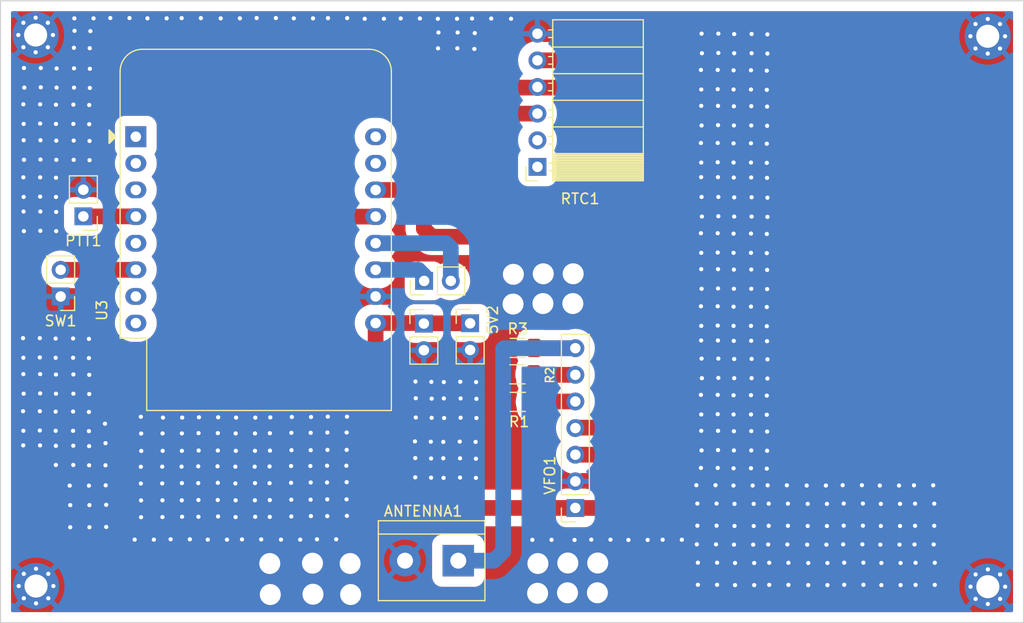
<source format=kicad_pcb>
(kicad_pcb (version 20211014) (generator pcbnew)
  (layers (0 "F.Cu" signal) (31 "B.Cu" signal) (34 "B.Paste" user) (35 "F.Paste" user) (36 "B.SilkS" user "B.Silkscreen") (37 "F.SilkS" user "F.Silkscreen") (38 "B.Mask" user) (39 "F.Mask" user) (44 "Edge.Cuts" user))
  (net 0 "")
  (net 3 "Net-(ANTENNA1-Pad1)")
  (net 4 "GND")
  (net 5 "Net-(SW1-Pad2)")
  (net 9 "PTT")
  (net 12 "Net-(HEADER1-Pad1)")
  (net 13 "Net-(HEADER1-Pad2)")
  (net 16 "Net-(R1-Pad2)")
  (net 17 "Net-(R2-Pad2)")
  (net 18 "+3.3V")
  (net 19 "Net-(RTC1-Pad3)")
  (net 20 "Net-(RTC1-Pad4)")
  (net 21 "+5V")
  (footprint "Connector_PinSocket_2.54mm:PinSocket_1x07_P2.54mm_Vertical" (layer "F.Cu") (at 82.8 62.16 180)
    (fp_text reference "VFO1")
    (fp_text value "SI5351-Module-VFO" hide)
  )
  (footprint "Module:WEMOS_D1_mini_light" (layer "F.Cu") (at 40.90086 26.742101)
    (fp_text reference "U3")
    (fp_text value "WeMos_D1_mini")
  )
  (footprint "Connector_PinHeader_2.54mm:PinHeader_1x02_P2.54mm_Vertical" (layer "F.Cu") (at 72.77 44.545)
    (fp_text reference "5V2")
    (fp_text value "5V" hide)
  )
  (footprint "Connector_PinSocket_2.54mm:PinSocket_1x06_P2.54mm_Horizontal" (layer "F.Cu") (at 79.186 29.618019 180)
    (fp_text reference "RTC1")
    (fp_text value "RTC_DS3231_Inverted" hide)
  )
  (footprint "Connector_PinHeader_2.54mm:PinHeader_1x02_P2.54mm_Vertical" (layer "F.Cu") (at 33.734 41.984981 180)
    (fp_text reference "SW1")
    (fp_text value "SW_SPST" hide)
  )
  (footprint "Connector_PinHeader_2.54mm:PinHeader_1x02_P2.54mm_Vertical" (layer "F.Cu") (at 68.358 44.567901)
    (fp_text reference "5V1" hide)
    (fp_text value "5V" hide)
  )
  (footprint "TerminalBlock:TerminalBlock_bornier-2_P5.08mm" (layer "F.Cu") (at 71.64 67.19 180)
    (fp_text reference "ANTENNA1")
    (fp_text value "ANTENNA" hide)
  )
  (footprint "MountingHole:MountingHole_2.2mm_M2_Pad_Via" (layer "F.Cu") (at 122.11 17.16)
    (fp_text reference "H2" hide)
    (fp_text value "MountingHole" hide)
  )
  (footprint "MountingHole:MountingHole_2.2mm_M2_Pad_Via" (layer "F.Cu") (at 31.39 69.61)
    (fp_text reference "H3" hide)
    (fp_text value "MountingHole" hide)
  )
  (footprint "Resistor_SMD:R_1206_3216Metric_Pad1.30x1.75mm_HandSolder" (layer "F.Cu") (at 77.28 49.41)
    (fp_text reference "R2")
    (fp_text value "2.2k" hide)
  )
  (footprint "Resistor_SMD:R_1206_3216Metric_Pad1.30x1.75mm_HandSolder" (layer "F.Cu") (at 77.32 52.04)
    (fp_text reference "R1")
    (fp_text value "2.2k" hide)
  )
  (footprint "Connector_PinHeader_2.54mm:PinHeader_1x02_P2.54mm_Vertical" (layer "F.Cu") (at 35.9 34.345 180)
    (fp_text reference "PTT1")
    (fp_text value "PTT" hide)
  )
  (footprint "Resistor_SMD:R_1206_3216Metric_Pad1.30x1.75mm_HandSolder" (layer "F.Cu") (at 77.31 46.89)
    (fp_text reference "R3")
    (fp_text value "2.2k" hide)
  )
  (footprint "Connector_PinHeader_2.54mm:PinHeader_1x02_P2.54mm_Vertical" (layer "F.Cu") (at 68.385 40.5 90)
    (fp_text reference "HEADER1" hide)
    (fp_text value "HEADER" hide)
  )
  (footprint "MountingHole:MountingHole_2.2mm_M2_Pad_Via" (layer "F.Cu") (at 31.35 17.04)
    (fp_text reference "H1" hide)
    (fp_text value "MountingHole" hide)
  )
  (footprint "MountingHole:MountingHole_2.2mm_M2_Pad_Via" (layer "F.Cu") (at 122.12 69.67)
    (fp_text reference "H4" hide)
    (fp_text value "MountingHole" hide)
  )
  (gr_rect (start 28.004 13.774981) (end 125.524 73.094981) (layer "Edge.Cuts") (width 0.1) (fill none))
  (segment (start 82.8 46.92) (end 78.89 46.92) (width 1.5) (layer "F.Cu") (net 3))
  (segment (start 78.89 46.92) (end 78.86 46.89) (width 1.5) (layer "F.Cu") (net 3))
  (segment (start 75.03 67.19) (end 75.92 66.3) (width 1.5) (layer "B.Cu") (net 3))
  (segment (start 82.8 46.92) (end 76 46.92) (width 1.5) (layer "B.Cu") (net 3))
  (segment (start 75.92 47) (end 75.92 66.3) (width 1.5) (layer "B.Cu") (net 3))
  (segment (start 76 46.92) (end 75.92 47) (width 1.5) (layer "B.Cu") (net 3))
  (segment (start 71.64 67.19) (end 75.03 67.19) (width 1.5) (layer "B.Cu") (net 3))
  (segment (start 72.77 47.085) (end 68.380901 47.085) (width 1.5) (layer "F.Cu") (net 4))
  (via (at 96.37 44.76) (size 0.8) (drill 0.4) (layers "F.Cu" "B.Cu") (net 4))
  (via (at 73.29 55.86) (size 0.8) (drill 0.4) (layers "F.Cu" "B.Cu") (net 4))
  (via (at 46.85 58.19) (size 0.8) (drill 0.4) (layers "F.Cu" "B.Cu") (net 4))
  (via (at 50.46 53.54) (size 0.8) (drill 0.4) (layers "F.Cu" "B.Cu") (net 4))
  (via (at 35 18.26) (size 0.8) (drill 0.4) (layers "F.Cu" "B.Cu") (net 4))
  (via (at 31.77 56.19) (size 0.8) (drill 0.4) (layers "F.Cu" "B.Cu") (net 4))
  (via (at 97.88 29.21) (size 0.8) (drill 0.4) (layers "F.Cu" "B.Cu") (net 4))
  (via (at 45.28 61.43) (size 0.8) (drill 0.4) (layers "F.Cu" "B.Cu") (net 4))
  (via (at 55.73 54.99) (size 0.8) (drill 0.4) (layers "F.Cu" "B.Cu") (net 4))
  (via (at 99.54 35.98) (size 0.8) (drill 0.4) (layers "F.Cu" "B.Cu") (net 4))
  (via (at 101.11 32.56) (size 0.8) (drill 0.4) (layers "F.Cu" "B.Cu") (net 4))
  (via (at 101.07 46.25) (size 0.8) (drill 0.4) (layers "F.Cu" "B.Cu") (net 4))
  (via (at 94.8 23.8) (size 0.8) (drill 0.4) (layers "F.Cu" "B.Cu") (net 4))
  (via (at 43.42 58.22) (size 0.8) (drill 0.4) (layers "F.Cu" "B.Cu") (net 4))
  (via (at 30.18 23.65) (size 0.8) (drill 0.4) (layers "F.Cu" "B.Cu") (net 4))
  (via (at 99.57 56.67) (size 0.8) (drill 0.4) (layers "F.Cu" "B.Cu") (net 4))
  (via (at 111.87 65.66) (size 0.8) (drill 0.4) (layers "F.Cu" "B.Cu") (net 4))
  (via (at 31.81 28.92) (size 0.8) (drill 0.4) (layers "F.Cu" "B.Cu") (net 4))
  (via (at 94.8 22.24) (size 0.8) (drill 0.4) (layers "F.Cu" "B.Cu") (net 4))
  (via (at 30.17 56.19) (size 0.8) (drill 0.4) (layers "F.Cu" "B.Cu") (net 4))
  (via (at 59.22 15.43) (size 0.8) (drill 0.4) (layers "F.Cu" "B.Cu") (net 4))
  (via (at 97.9 30.64) (size 0.8) (drill 0.4) (layers "F.Cu" "B.Cu") (net 4))
  (via (at 64.55 15.49) (size 0.8) (drill 0.4) (layers "F.Cu" "B.Cu") (net 4))
  (via (at 96.4 23.8) (size 0.8) (drill 0.4) (layers "F.Cu" "B.Cu") (net 4))
  (via (at 34.98 27.11) (size 0.8) (drill 0.4) (layers "F.Cu" "B.Cu") (net 4))
  (via (at 30.21 25.52) (size 0.8) (drill 0.4) (layers "F.Cu" "B.Cu") (net 4))
  (via (at 36.43 60.03) (size 0.8) (drill 0.4) (layers "F.Cu" "B.Cu") (net 4))
  (via (at 113.8 69.52) (size 0.8) (drill 0.4) (layers "F.Cu" "B.Cu") (net 4))
  (via (at 69.69 15.49) (size 0.8) (drill 0.4) (layers "F.Cu" "B.Cu") (net 4))
  (via (at 97.88 42.96) (size 0.8) (drill 0.4) (layers "F.Cu" "B.Cu") (net 4))
  (via (at 36.45 56.26) (size 0.8) (drill 0.4) (layers "F.Cu" "B.Cu") (net 4))
  (via (at 67.59 51.69) (size 0.8) (drill 0.4) (layers "F.Cu" "B.Cu") (net 4))
  (via (at 36.57 16.67) (size 0.8) (drill 0.4) (layers "F.Cu" "B.Cu") (net 4))
  (via (at 76.67 15.49) (size 0.8) (drill 0.4) (layers "F.Cu" "B.Cu") (net 4))
  (via (at 99.85 69.52) (size 0.8) (drill 0.4) (layers "F.Cu" "B.Cu") (net 4))
  (via (at 96.39 30.6) (size 0.8) (drill 0.4) (layers "F.Cu" "B.Cu") (net 4))
  (via (at 108.38 61.74) (size 0.8) (drill 0.4) (layers "F.Cu" "B.Cu") (net 4))
  (via (at 101.05 29.24) (size 0.8) (drill 0.4) (layers "F.Cu" "B.Cu") (net 4))
  (via (at 101.08 23.87) (size 0.8) (drill 0.4) (layers "F.Cu" "B.Cu") (net 4))
  (via (at 99.54 37.82) (size 0.8) (drill 0.4) (layers "F.Cu" "B.Cu") (net 4))
  (via (at 34.92 54.8) (size 0.8) (drill 0.4) (layers "F.Cu" "B.Cu") (net 4))
  (via (at 48.72 55.02) (size 0.8) (drill 0.4) (layers "F.Cu" "B.Cu") (net 4))
  (via (at 105 69.52) (size 0.8) (drill 0.4) (layers "F.Cu" "B.Cu") (net 4))
  (via (at 71.86 53.55) (size 0.8) (drill 0.4) (layers "F.Cu" "B.Cu") (net 4))
  (via (at 101.11 18.81) (size 0.8) (drill 0.4) (layers "F.Cu" "B.Cu") (net 4))
  (via (at 57.6 53.48) (size 0.8) (drill 0.4) (layers "F.Cu" "B.Cu") (net 4))
  (via (at 97.91 23.84) (size 0.8) (drill 0.4) (layers "F.Cu" "B.Cu") (net 4))
  (via (at 30.18 54.8) (size 0.8) (drill 0.4) (layers "F.Cu" "B.Cu") (net 4))
  (via (at 57.57 54.99) (size 0.8) (drill 0.4) (layers "F.Cu" "B.Cu") (net 4))
  (via (at 30.15 45.96) (size 0.8) (drill 0.4) (layers "F.Cu" "B.Cu") (net 4))
  (via (at 94.77 20.37) (size 0.8) (drill 0.4) (layers "F.Cu" "B.Cu") (net 4))
  (via (at 99.6 34.36) (size 0.8) (drill 0.4) (layers "F.Cu" "B.Cu") (net 4))
  (via (at 60.99 61.34) (size 0.8) (drill 0.4) (layers "F.Cu" "B.Cu") (net 4))
  (via (at 97.88 27.38) (size 0.8) (drill 0.4) (layers "F.Cu" "B.Cu") (net 4))
  (via (at 96.4 41.22) (size 0.8) (drill 0.4) (layers "F.Cu" "B.Cu") (net 4))
  (via (at 62.72 15.49) (size 0.8) (drill 0.4) (layers "F.Cu" "B.Cu") (net 4))
  (via (at 97.94 49.78) (size 0.8) (drill 0.4) (layers "F.Cu" "B.Cu") (net 4))
  (via (at 43.44 61.43) (size 0.8) (drill 0.4) (layers "F.Cu" "B.Cu") (net 4))
  (via (at 103.01 65.64) (size 0.8) (drill 0.4) (layers "F.Cu" "B.Cu") (net 4))
  (via (at 52.23 58.22) (size 0.8) (drill 0.4) (layers "F.Cu" "B.Cu") (net 4))
  (via (at 69.07 50.13) (size 0.8) (drill 0.4) (layers "F.Cu" "B.Cu") (net 4))
  (via (at 50.39 58.22) (size 0.8) (drill 0.4) (layers "F.Cu" "B.Cu") (net 4))
  (via (at 49.59 65.18) (size 0.8) (drill 0.4) (layers "F.Cu" "B.Cu") (net 4))
  (via (at 96.37 29.18) (size 0.8) (drill 0.4) (layers "F.Cu" "B.Cu") (net 4))
  (via (at 38.08 61.86) (size 0.8) (drill 0.4) (layers "F.Cu" "B.Cu") (net 4))
  (via (at 108.28 59.99) (size 0.8) (drill 0.4) (layers "F.Cu" "B.Cu") (net 4))
  (via (at 94.8 39.38) (size 0.8) (drill 0.4) (layers "F.Cu" "B.Cu") (net 4))
  (via (at 97.88 58.38) (size 0.8) (drill 0.4) (layers "F.Cu" "B.Cu") (net 4))
  (via (at 59.2 53.45) (size 0.8) (drill 0.4) (layers "F.Cu" "B.Cu") (net 4))
  (via (at 96.31 69.49) (size 0.8) (drill 0.4) (layers "F.Cu" "B.Cu") (net 4))
  (via (at 96.16 59.99) (size 0.8) (drill 0.4) (layers "F.Cu" "B.Cu") (net 4))
  (via (at 46.89 56.68) (size 0.8) (drill 0.4) (layers "F.Cu" "B.Cu") (net 4))
  (via (at 94.48 69.49) (size 0.8) (drill 0.4) (layers "F.Cu" "B.Cu") (net 4))
  (via (at 53.67 61.41) (size 0.8) (drill 0.4) (layers "F.Cu" "B.Cu") (net 4))
  (via (at 101.08 56.7) (size 0.8) (drill 0.4) (layers "F.Cu" "B.Cu") (net 4))
  (via (at 111.82 60.02) (size 0.8) (drill 0.4) (layers "F.Cu" "B.Cu") (net 4))
  (via (at 55.96 15.45) (size 0.8) (drill 0.4) (layers "F.Cu" "B.Cu") (net 4))
  (via (at 101.05 53.27) (size 0.8) (drill 0.4) (layers "F.Cu" "B.Cu") (net 4))
  (via (at 101.05 37.85) (size 0.8) (drill 0.4) (layers "F.Cu" "B.Cu") (net 4))
  (via (at 33.29 25.52) (size 0.8) (drill 0.4) (layers "F.Cu" "B.Cu") (net 4))
  (via (at 40.3 15.42) (size 0.8) (drill 0.4) (layers "F.Cu" "B.Cu") (net 4))
  (via (at 99.56 30.63) (size 0.8) (drill 0.4) (layers "F.Cu" "B.Cu") (net 4))
  (via (at 98.02 67.41) (size 0.8) (drill 0.4) (layers "F.Cu" "B.Cu") (net 4))
  (via (at 98.02 69.52) (size 0.8) (drill 0.4) (layers "F.Cu" "B.Cu") (net 4))
  (via (at 42.62 65.18) (size 0.8) (drill 0.4) (layers "F.Cu" "B.Cu") (net 4))
  (via (at 79.2 70.3) (size 2.2) (drill 2) (layers "F.Cu" "B.Cu") (net 4))
  (via (at 31.78 30.62) (size 0.8) (drill 0.4) (layers "F.Cu" "B.Cu") (net 4))
  (via (at 45.29 55.05) (size 0.8) (drill 0.4) (layers "F.Cu" "B.Cu") (net 4))
  (via (at 52.26 55.05) (size 0.8) (drill 0.4) (layers "F.Cu" "B.Cu") (net 4))
  (via (at 61 56.62) (size 0.8) (drill 0.4) (layers "F.Cu" "B.Cu") (net 4))
  (via (at 96.37 42.92) (size 0.8) (drill 0.4) (layers "F.Cu" "B.Cu") (net 4))
  (via (at 117.06 67.39) (size 0.8) (drill 0.4) (layers "F.Cu" "B.Cu") (net 4))
  (via (at 57.57 59.73) (size 0.8) (drill 0.4) (layers "F.Cu" "B.Cu") (net 4))
  (via (at 31.81 27.08) (size 0.8) (drill 0.4) (layers "F.Cu" "B.Cu") (net 4))
  (via (at 34.95 23.68) (size 0.8) (drill 0.4) (layers "F.Cu" "B.Cu") (net 4))
  (via (at 52.26 56.71) (size 0.8) (drill 0.4) (layers "F.Cu" "B.Cu") (net 4))
  (via (at 59.16 54.96) (size 0.8) (drill 0.4) (layers "F.Cu" "B.Cu") (net 4))
  (via (at 96.37 20.37) (size 0.8) (drill 0.4) (layers "F.Cu" "B.Cu") (net 4))
  (via (at 33.35 22.06) (size 0.8) (drill 0.4) (layers "F.Cu" "B.Cu") (net 4))
  (via (at 66.15 15.46) (size 0.8) (drill 0.4) (layers "F.Cu" "B.Cu") (net 4))
  (via (at 115.18 61.75) (size 0.8) (drill 0.4) (layers "F.Cu" "B.Cu") (net 4))
  (via (at 48.72 59.76) (size 0.8) (drill 0.4) (layers "F.Cu" "B.Cu") (net 4))
  (via (at 30.15 52.93) (size 0.8) (drill 0.4) (layers "F.Cu" "B.Cu") (net 4))
  (via (at 97.91 25.67) (size 0.8) (drill 0.4) (layers "F.Cu" "B.Cu") (net 4))
  (via (at 111.97 69.52) (size 0.8) (drill 0.4) (layers "F.Cu" "B.Cu") (net 4))
  (via (at 99.6 18.78) (size 0.8) (drill 0.4) (layers "F.Cu" "B.Cu") (net 4))
  (via (at 36.51 18.3) (size 0.8) (drill 0.4) (layers "F.Cu" "B.Cu") (net 4))
  (via (at 73.37 53.58) (size 0.8) (drill 0.4) (layers "F.Cu" "B.Cu") (net 4))
  (via (at 99.54 51.4) (size 0.8) (drill 0.4) (layers "F.Cu" "B.Cu") (net 4))
  (via (at 96.37 27.34) (size 0.8) (drill 0.4) (layers "F.Cu" "B.Cu") (net 4))
  (via (at 67.56 50.1) (size 0.8) (drill 0.4) (layers "F.Cu" "B.Cu") (net 4))
  (via (at 36.46 49.46) (size 0.8) (drill 0.4) (layers "F.Cu" "B.Cu") (net 4))
  (via (at 30.2 33.88) (size 0.8) (drill 0.4) (layers "F.Cu" "B.Cu") (net 4))
  (via (at 37.96 54.12) (size 0.8) (drill 0.4) (layers "F.Cu" "B.Cu") (net 4))
  (via (at 101.05 36.02) (size 0.8) (drill 0.4) (layers "F.Cu" "B.Cu") (net 4))
  (via (at 82.59 39.82) (size 2.2) (drill 2) (layers "F.Cu" "B.Cu") (net 4))
  (via (at 69.05 59.27) (size 0.8) (drill 0.4) (layers "F.Cu" "B.Cu") (net 4))
  (via (at 101.05 27.41) (size 0.8) (drill 0.4) (layers "F.Cu" "B.Cu") (net 4))
  (via (at 96.37 58.34) (size 0.8) (drill 0.4) (layers "F.Cu" "B.Cu") (net 4))
  (via (at 76.86 42.71) (size 2.2) (drill 2) (layers "F.Cu" "B.Cu") (net 4))
  (via (at 45.32 53.54) (size 0.8) (drill 0.4) (layers "F.Cu" "B.Cu") (net 4))
  (via (at 74.78 15.47) (size 0.8) (drill 0.4) (layers "F.Cu" "B.Cu") (net 4))
  (via (at 54.74 65.18) (size 0.8) (drill 0.4) (layers "F.Cu" "B.Cu") (net 4))
  (via (at 57.79 15.45) (size 0.8) (drill 0.4) (layers "F.Cu" "B.Cu") (net 4))
  (via (at 96.43 47.91) (size 0.8) (drill 0.4) (layers "F.Cu" "B.Cu") (net 4))
  (via (at 69.75 16.8) (size 0.8) (drill 0.4) (layers "F.Cu" "B.Cu") (net 4))
  (via (at 55.7 58.16) (size 0.8) (drill 0.4) (layers "F.Cu" "B.Cu") (net 4))
  (via (at 94.77 35.95) (size 0.8) (drill 0.4) (layers "F.Cu" "B.Cu") (net 4))
  (via (at 55.77 53.48) (size 0.8) (drill 0.4) (layers "F.Cu" "B.Cu") (net 4))
  (via (at 99.54 27.37) (size 0.8) (drill 0.4) (layers "F.Cu" "B.Cu") (net 4))
  (via (at 116.91 60) (size 0.8) (drill 0.4) (layers "F.Cu" "B.Cu") (net 4))
  (via (at 101.28 67.39) (size 0.8) (drill 0.4) (layers "F.Cu" "B.Cu") (net 4))
  (via (at 33.26 54.8) (size 0.8) (drill 0.4) (layers "F.Cu" "B.Cu") (net 4))
  (via (at 59.17 56.62) (size 0.8) (drill 0.4) (layers "F.Cu" "B.Cu") (net 4))
  (via (at 99.54 22.24) (size 0.8) (drill 0.4) (layers "F.Cu" "B.Cu") (net 4))
  (via (at 101.08 54.87) (size 0.8) (drill 0.4) (layers "F.Cu" "B.Cu") (net 4))
  (via (at 106.73 65.66) (size 0.8) (drill 0.4) (layers "F.Cu" "B.Cu") (net 4))
  (via (at 43.44 63.03) (size 0.8) (drill 0.4) (layers "F.Cu" "B.Cu") (net 4))
  (via (at 34.95 51.26) (size 0.8) (drill 0.4) (layers "F.Cu" "B.Cu") (net 4))
  (via (at 96.37 22.21) (size 0.8) (drill 0.4) (layers "F.Cu" "B.Cu") (net 4))
  (via (at 61 54.96) (size 0.8) (drill 0.4) (layers "F.Cu" "B.Cu") (net 4))
  (via (at 103.06 61.75) (size 0.8) (drill 0.4) (layers "F.Cu" "B.Cu") (net 4))
  (via (at 31.78 25.49) (size 0.8) (drill 0.4) (layers "F.Cu" "B.Cu") (net 4))
  (via (at 101.11 47.98) (size 0.8) (drill 0.4) (layers "F.Cu" "B.Cu") (net 4))
  (via (at 69.02 55.84) (size 0.8) (drill 0.4) (layers "F.Cu" "B.Cu") (net 4))
  (via (at 57.59 62.94) (size 0.8) (drill 0.4) (layers "F.Cu" "B.Cu") (net 4))
  (via (at 71.78 55.83) (size 0.8) (drill 0.4) (layers "F.Cu" "B.Cu") (net 4))
  (via (at 36.46 51.29) (size 0.8) (drill 0.4) (layers "F.Cu" "B.Cu") (net 4))
  (via (at 34.94 56.22) (size 0.8) (drill 0.4) (layers "F.Cu" "B.Cu") (net 4))
  (via (at 36.43 47.86) (size 0.8) (drill 0.4) (layers "F.Cu" "B.Cu") (net 4))
  (via (at 113.8 67.41) (size 0.8) (drill 0.4) (layers "F.Cu" "B.Cu") (net 4))
  (via (at 99.57 25.67) (size 0.8) (drill 0.4) (layers "F.Cu" "B.Cu") (net 4))
  (via (at 43.84 15.45) (size 0.8) (drill 0.4) (layers "F.Cu" "B.Cu") (net 4))
  (via (at 108.43 67.38) (size 0.8) (drill 0.4) (layers "F.Cu" "B.Cu") (net 4))
  (via (at 97.88 53.24) (size 0.8) (drill 0.4) (layers "F.Cu" "B.Cu") (net 4))
  (via (at 101.05 42.99) (size 0.8) (drill 0.4) (layers "F.Cu" "B.Cu") (net 4))
  (via (at 41.4 61.44) (size 0.8) (drill 0.4) (layers "F.Cu" "B.Cu") (net 4))
  (via (at 94.83 56.67) (size 0.8) (drill 0.4) (layers "F.Cu" "B.Cu") (net 4))
  (via (at 82.05 70.25) (size 2.2) (drill 2) (layers "F.Cu" "B.Cu") (net 4))
  (via (at 108.43 69.49) (size 0.8) (drill 0.4) (layers "F.Cu" "B.Cu") (net 4))
  (via (at 105 67.41) (size 0.8) (drill 0.4) (layers "F.Cu" "B.Cu") (net 4))
  (via (at 89.69 65.21) (size 0.8) (drill 0.4) (layers "F.Cu" "B.Cu") (net 4))
  (via (at 73.32 59.29) (size 0.8) (drill 0.4) (layers "F.Cu" "B.Cu") (net 4))
  (via (at 33.35 20.23) (size 0.8) (drill 0.4) (layers "F.Cu" "B.Cu") (net 4))
  (via (at 99.85 67.41) (size 0.8) (drill 0.4) (layers "F.Cu" "B.Cu") (net 4))
  (via (at 96.43 34.33) (size 0.8) (drill 0.4) (layers "F.Cu" "B.Cu") (net 4))
  (via (at 101.08 39.45) (size 0.8) (drill 0.4) (layers "F.Cu" "B.Cu") (net 4))
  (via (at 46.92 53.51) (size 0.8) (drill 0.4) (layers "F.Cu" "B.Cu") (net 4))
  (via (at 30.18 49.39) (size 0.8) (drill 0.4) (layers "F.Cu" "B.Cu") (net 4))
  (via (at 31.8 33.88) (size 0.8) (drill 0.4) (layers "F.Cu" "B.Cu") (net 4))
  (via (at 99.54 42.95) (size 0.8) (drill 0.4) (layers "F.Cu" "B.Cu") (net 4))
  (via (at 96.21 65.63) (size 0.8) (drill 0.4) (layers "F.Cu" "B.Cu") (net 4))
  (via (at 59.13 59.73) (size 0.8) (drill 0.4) (layers "F.Cu" "B.Cu") (net 4))
  (via (at 97.91 56.67) (size 0.8) (drill 0.4) (layers "F.Cu" "B.Cu") (net 4))
  (via (at 34.92 52.96) (size 0.8) (drill 0.4) (layers "F.Cu" "B.Cu") (net 4))
  (via (at 34.92 45.99) (size 0.8) (drill 0.4) (layers "F.Cu" "B.Cu") (net 4))
  (via (at 53.65 58.2) (size 0.8) (drill 0.4) (layers "F.Cu" "B.Cu") (net 4))
  (via (at 69.71 18.31) (size 0.8) (drill 0.4) (layers "F.Cu" "B.Cu") (net 4))
  (via (at 99.75 65.66) (size 0.8) (drill 0.4) (layers "F.Cu" "B.Cu") (net 4))
  (via (at 101.08 41.28) (size 0.8) (drill 0.4) (layers "F.Cu" "B.Cu") (net 4))
  (via (at 108.33 65.63) (size 0.8) (drill 0.4) (layers "F.Cu" "B.Cu") (net 4))
  (via (at 31.78 23.65) (size 0.8) (drill 0.4) (layers "F.Cu" "B.Cu") (net 4))
  (via (at 33.29 23.69) (size 0.8) (drill 0.4) (layers "F.Cu" "B.Cu") (net 4))
  (via (at 71.83 50.12) (size 0.8) (drill 0.4) (layers "F.Cu" "B.Cu") (net 4))
  (via (at 31.75 45.96) (size 0.8) (drill 0.4) (layers "F.Cu" "B.Cu") (net 4))
  (via (at 97.92 65.66) (size 0.8) (drill 0.4) (layers "F.Cu" "B.Cu") (net 4))
  (via (at 43.46 56.71) (size 0.8) (drill 0.4) (layers "F.Cu" "B.Cu") (net 4))
  (via (at 50.41 61.43) (size 0.8) (drill 0.4) (layers "F.Cu" "B.Cu") (net 4))
  (via (at 96.26 63.85) (size 0.8) (drill 0.4) (layers "F.Cu" "B.Cu") (net 4))
  (via (at 97.94 18.78) (size 0.8) (drill 0.4) (layers "F.Cu" "B.Cu") (net 4))
  (via (at 67.54 57.4) (size 0.8) (drill 0.4) (layers "F.Cu" "B.Cu") (net 4))
  (via (at 34.95 49.42) (size 0.8) (drill 0.4) (layers "F.Cu" "B.Cu") (net 4))
  (via (at 45.29 56.71) (size 0.8) (drill 0.4) (layers "F.Cu" "B.Cu") (net 4))
  (via (at 97.94 16.95) (size 0.8) (drill 0.4) (layers "F.Cu" "B.Cu") (net 4))
  (via (at 116.96 65.64) (size 0.8) (drill 0.4) (layers "F.Cu" "B.Cu") (net 4))
  (via (at 79.74 39.82) (size 2.2) (drill 2) (layers "F.Cu" "B.Cu") (net 4))
  (via (at 45.31 63) (size 0.8) (drill 0.4) (layers "F.Cu" "B.Cu") (net 4))
  (via (at 101.05 20.44) (size 0.8) (drill 0.4) (layers "F.Cu" "B.Cu") (net 4))
  (via (at 94.77 58.34) (size 0.8) (drill 0.4) (layers "F.Cu" "B.Cu") (net 4))
  (via (at 41.42 56.72) (size 0.8) (drill 0.4) (layers "F.Cu" "B.Cu") (net 4))
  (via (at 50.43 56.71) (size 0.8) (drill 0.4) (layers "F.Cu" "B.Cu") (net 4))
  (via (at 101.23 61.75) (size 0.8) (drill 0.4) (layers "F.Cu" "B.Cu") (net 4))
  (via (at 94.33 59.99) (size 0.8) (drill 0.4) (layers "F.Cu" "B.Cu") (net 4))
  (via (at 94.77 51.37) (size 0.8) (drill 0.4) (layers "F.Cu" "B.Cu") (net 4))
  (via (at 36.49 28.98) (size 0.8) (drill 0.4) (layers "F.Cu" "B.Cu") (net 4))
  (via (at 104.95 63.88) (size 0.8) (drill 0.4) (layers "F.Cu" "B.Cu") (net 4))
  (via (at 30.21 32.49) (size 0.8) (drill 0.4) (layers "F.Cu" "B.Cu") (net 4))
  (via (at 45.26 58.22) (size 0.8) (drill 0.4) (layers "F.Cu" "B.Cu") (net 4))
  (via (at 71.58 16.8) (size 0.8) (drill 0.4) (layers "F.Cu" "B.Cu") (net 4))
  (via (at 38.47 15.42) (size 0.8) (drill 0.4) (layers "F.Cu" "B.Cu") (net 4))
  (via (at 97.9 46.22) (size 0.8) (drill 0.4) (layers "F.Cu" "B.Cu") (net 4))
  (via (at 99.54 29.21) (size 0.8) (drill 0.4) (layers "F.Cu" "B.Cu") (net 4))
  (via (at 110.26 69.49) (size 0.8) (drill 0.4) (layers "F.Cu" "B.Cu") (net 4))
  (via (at 91.12 65.19) (size 0.8) (drill 0.4) (layers "F.Cu" "B.Cu") (net 4))
  (via (at 117.01 63.86) (size 0.8) (drill 0.4) (layers "F.Cu" "B.Cu") (net 4))
  (via (at 48.99 15.45) (size 0.8) (drill 0.4) (layers "F.Cu" "B.Cu") (net 4))
  (via (at 33.29 30.66) (size 0.8) (drill 0.4) (layers "F.Cu" "B.Cu") (net 4))
  (via (at 108.38 63.85) (size 0.8) (drill 0.4) (layers "F.Cu" "B.Cu") (net 4))
  (via (at 97.94 32.53) (size 0.8) (drill 0.4) (layers "F.Cu" "B.Cu") (net 4))
  (via (at 92.95 65.19) (size 0.8) (drill 0.4) (layers "F.Cu" "B.Cu") (net 4))
  (via (at 97.97 63.88) (size 0.8) (drill 0.4) (layers "F.Cu" "B.Cu") (net 4))
  (via (at 36.52 20.26) (size 0.8) (drill 0.4) (layers "F.Cu" "B.Cu") (net 4))
  (via (at 97.87 60.02) (size 0.8) (drill 0.4) (layers "F.Cu" "B.Cu") (net 4))
  (via (at 36.43 46.03) (size 0.8) (drill 0.4) (layers "F.Cu" "B.Cu") (net 4))
  (via (at 97.88 20.41) (size 0.8) (drill 0.4) (layers "F.Cu" "B.Cu") (net 4))
  (via (at 99.57 39.41) (size 0.8) (drill 0.4) (layers "F.Cu" "B.Cu") (net 4))
  (via (at 103.06 63.86) (size 0.8) (drill 0.4) (layers "F.Cu" "B.Cu") (net 4))
  (via (at 71.81 59.26) (size 0.8) (drill 0.4) (layers "F.Cu" "B.Cu") (net 4))
  (via (at 103.11 67.39) (size 0.8) (drill 0.4) (layers "F.Cu" "B.Cu") (net 4))
  (via (at 50.41 63.03) (size 0.8) (drill 0.4) (layers "F.Cu" "B.Cu") (net 4))
  (via (at 36.45 58.09) (size 0.8) (drill 0.4) (layers "F.Cu" "B.Cu") (net 4))
  (via (at 34.94 58.06) (size 0.8) (drill 0.4) (layers "F.Cu" "B.Cu") (net 4))
  (via (at 73.32 57.46) (size 0.8) (drill 0.4) (layers "F.Cu" "B.Cu") (net 4))
  (via (at 87.86 65.21) (size 0.8) (drill 0.4) (layers "F.Cu" "B.Cu") (net 4))
  (via (at 31.78 32.46) (size 0.8) (drill 0.4) (layers "F.Cu" "B.Cu") (net 4))
  (via (at 73.34 50.15) (size 0.8) (drill 0.4) (layers "F.Cu" "B.Cu") (net 4))
  (via (at 47.1 15.43) (size 0.8) (drill 0.4) (layers "F.Cu" "B.Cu") (net 4))
  (via (at 57.79 70.39) (size 2.2) (drill 2) (layers "F.Cu" "B.Cu") (net 4))
  (via (at 45.29 59.79) (size 0.8) (drill 0.4) (layers "F.Cu" "B.Cu") (net 4))
  (via (at 94.8 53.24) (size 0.8) (drill 0.4) (layers "F.Cu" "B.Cu") (net 4))
  (via (at 80.53 65.2) (size 0.8) (drill 0.4) (layers "F.Cu" "B.Cu") (net 4))
  (via (at 94.38 65.63) (size 0.8) (drill 0.4) (layers "F.Cu" "B.Cu") (net 4))
  (via (at 97.91 39.42) (size 0.8) (drill 0.4) (layers "F.Cu" "B.Cu") (net 4))
  (via (at 96.4 39.38) (size 0.8) (drill 0.4) (layers "F.Cu" "B.Cu") (net 4))
  (via (at 67.54 59.24) (size 0.8) (drill 0.4) (layers "F.Cu" "B.Cu") (net 4))
  (via (at 94.83 47.91) (size 0.8) (drill 0.4) (layers "F.Cu" "B.Cu") (net 4))
  (via (at 53.67 63.01) (size 0.8) (drill 0.4) (layers "F.Cu" "B.Cu") (net 4))
  (via (at 33.29 51.26) (size 0.8) (drill 0.4) (layers "F.Cu" "B.Cu") (net 4))
  (via (at 46.85 59.79) (size 0.8) (drill 0.4) (layers "F.Cu" "B.Cu") (net 4))
  (via (at 31.75 54.77) (size 0.8) (drill 0.4) (layers "F.Cu" "B.Cu") (net 4))
  (via (at 99.54 58.37) (size 0.8) (drill 0.4) (layers "F.Cu" "B.Cu") (net 4))
  (via (at 59.15 62.94) (size 0.8) (drill 0.4) (layers "F.Cu" "B.Cu") (net 4))
  (via (at 30.18 30.62) (size 0.8) (drill 0.4) (layers "F.Cu" "B.Cu") (net 4))
  (via (at 103.11 69.5) (size 0.8) (drill 0.4) (layers "F.Cu" "B.Cu") (net 4))
  (via (at 57.57 56.65) (size 0.8) (drill 0.4) (layers "F.Cu" "B.Cu") (net 4))
  (via (at 94.83 25.67) (size 0.8) (drill 0.4) (layers "F.Cu" "B.Cu") (net 4))
  (via (at 84.9 70.25) (size 2.2) (drill 2) (layers "F.Cu" "B.Cu") (net 4))
  (via (at 79.71 42.66) (size 2.2) (drill 2) (layers "F.Cu" "B.Cu") (net 4))
  (via (at 53.69 56.69) (size 0.8) (drill 0.4) (layers "F.Cu" "B.Cu") (net 4))
  (via (at 111.92 63.88) (size 0.8) (drill 0.4) (layers "F.Cu" "B.Cu") (net 4))
  (via (at 35.01 20.22) (size 0.8) (drill 0.4) (layers "F.Cu" "B.Cu") (net 4))
  (via (at 60.97 58.13) (size 0.8) (drill 0.4) (layers "F.Cu" "B.Cu") (net 4))
  (via (at 94.8 29.21) (size 0.8) (drill 0.4) (layers "F.Cu" "B.Cu") (net 4))
  (via (at 71.52 15.49) (size 0.8) (drill 0.4) (layers "F.Cu" "B.Cu") (net 4))
  (via (at 94.86 49.78) (size 0.8) (drill 0.4) (layers "F.Cu" "B.Cu") (net 4))
  (via (at 86.15 65.18) (size 0.8) (drill 0.4) (layers "F.Cu" "B.Cu") (net 4))
  (via (at 115.23 69.5) (size 0.8) (drill 0.4) (layers "F.Cu" "B.Cu") (net 4))
  (via (at 41.4 63.04) (size 0.8) (drill 0.4) (layers "F.Cu" "B.Cu") (net 4))
  (via (at 96.43 18.75) (size 0.8) (drill 0.4) (layers "F.Cu" "B.Cu") (net 4))
  (via (at 113.7 65.66) (size 0.8) (drill 0.4) (layers "F.Cu" "B.Cu") (net 4))
  (via (at 117.06 69.5) (size 0.8) (drill 0.4) (layers "F.Cu" "B.Cu") (net 4))
  (via (at 52.42 15.42) (size 0.8) (drill 0.4) (layers "F.Cu" "B.Cu") (net 4))
  (via (at 55.7 59.76) (size 0.8) (drill 0.4) (layers "F.Cu" "B.Cu") (net 4))
  (via (at 41.38 53.46) (size 0.8) (drill 0.4) (layers "F.Cu" "B.Cu") (net 4))
  (via (at 40.79 65.18) (size 0.8) (drill 0.4) (layers "F.Cu" "B.Cu") (net 4))
  (via (at 33.28 56.23) (size 0.8) (drill 0.4) (layers "F.Cu" "B.Cu") (net 4))
  (via (at 94.48 67.38) (size 0.8) (drill 0.4) (layers "F.Cu" "B.Cu") (net 4))
  (via (at 113.65 60.02) (size 0.8) (drill 0.4) (layers "F.Cu" "B.Cu") (net 4))
  (via (at 99.8 63.88) (size 0.8) (drill 0.4) (layers "F.Cu" "B.Cu") (net 4))
  (via (at 82.08 67.41) (size 2.2) (drill 2) (layers "F.Cu" "B.Cu") (net 4))
  (via (at 35.04 15.45) (size 0.8) (drill 0.4) (layers "F.Cu" "B.Cu") (net 4))
  (via (at 82.56 42.66) (size 2.2) (drill 2) (layers "F.Cu" "B.Cu") (net 4))
  (via (at 31.75 47.8) (size 0.8) (drill 0.4) (layers "F.Cu" "B.Cu") (net 4))
  (via (at 61.33 67.46) (size 2.2) (drill 2) (layers "F.Cu" "B.Cu") (net 4))
  (via (at 101.13 60) (size 0.8) (drill 0.4) (layers "F.Cu" "B.Cu") (net 4))
  (via (at 97.88 35.99) (size 0.8) (drill 0.4) (layers "F.Cu" "B.Cu") (net 4))
  (via (at 30.21 51.26) (size 0.8) (drill 0.4) (layers "F.Cu" "B.Cu") (net 4))
  (via (at 94.8 37.82) (size 0.8) (drill 0.4) (layers "F.Cu" "B.Cu") (net 4))
  (via (at 94.79 30.6) (size 0.8) (drill 0.4) (layers "F.Cu" "B.Cu") (net 4))
  (via (at 35.01 22.06) (size 0.8) (drill 0.4) (layers "F.Cu" "B.Cu") (net 4))
  (via (at 36.87 15.45) (size 0.8) (drill 0.4) (layers "F.Cu" "B.Cu") (net 4))
  (via (at 78.7 65.2) (size 0.8) (drill 0.4) (layers "F.Cu" "B.Cu") (net 4))
  (via (at 59.13 58.13) (size 0.8) (drill 0.4) (layers "F.Cu" "B.Cu") (net 4))
  (via (at 61.38 70.42) (size 2.2) (drill 2) (layers "F.Cu" "B.Cu") (net 4))
  (via (at 94.8 54.8) (size 0.8) (drill 0.4) (layers "F.Cu" "B.Cu") (net 4))
  (via (at 55.72 61.37) (size 0.8) (drill 0.4) (layers "F.Cu" "B.Cu") (net 4))
  (via (at 69.1 51.73) (size 0.8) (drill 0.4) (layers "F.Cu" "B.Cu") (net 4))
  (via (at 106.78 61.77) (size 0.8) (drill 0.4) (layers "F.Cu" "B.Cu") (net 4))
  (via (at 61.03 53.45) (size 0.8) (drill 0.4) (layers "F.Cu" "B.Cu") (net 4))
  (via (at 94.77 27.34) (size 0.8) (drill 0.4) (layers "F.Cu" "B.Cu") (net 4))
  (via (at 36.46 25.55) (size 0.8) (drill 0.4) (layers "F.Cu" "B.Cu") (net 4))
  (via (at 76.89 39.87) (size 2.2) (drill 2) (layers "F.Cu" "B.Cu") (net 4))
  (via (at 38.08 63.97) (size 0.8) (drill 0.4) (layers "F.Cu" "B.Cu") (net 4))
  (via (at 96.37 37.79) (size 0.8) (drill 0.4) (layers "F.Cu" "B.Cu") (net 4))
  (via (at 101.11 34.39) (size 0.8) (drill 0.4) (layers "F.Cu" "B.Cu") (net 4))
  (via (at 94.43 63.85) (size 0.8) (drill 0.4) (layers "F.Cu" "B.Cu") (net 4))
  (via (at 101.08 25.7) (size 0.8) (drill 0.4) (layers "F.Cu" "B.Cu") (net 4))
  (via (at 99.57 41.25) (size 0.8) (drill 0.4) (layers "F.Cu" "B.Cu") (net 4))
  (via (at 101.05 58.41) (size 0.8) (drill 0.4) (layers "F.Cu" "B.Cu") (net 4))
  (via (at 102.96 60) (size 0.8) (drill 0.4) (layers "F.Cu" "B.Cu") (net 4))
  (via (at 106.83 69.52) (size 0.8) (drill 0.4) (layers "F.Cu" "B.Cu") (net 4))
  (via (at 70.21 57.42) (size 0.8) (drill 0.4) (layers "F.Cu" "B.Cu") (net 4))
  (via (at 33.26 47.83) (size 0.8) (drill 0.4) (layers "F.Cu" "B.Cu") (net 4))
  (via (at 71.81 57.42) (size 0.8) (drill 0.4) (layers "F.Cu" "B.Cu") (net 4))
  (via (at 96.39 46.18) (size 0.8) (drill 0.4) (layers "F.Cu" "B.Cu") (net 4))
  (via (at 55.72 62.97) (size 0.8) (drill 0.4) (layers "F.Cu" "B.Cu") (net 4))
  (via (at 53.67 67.46) (size 2.2) (drill 2) (layers "F.Cu" "B.Cu") (net 4))
  (via (at 96.43 49.75) (size 0.8) (drill 0.4) (layers "F.Cu" "B.Cu") (net 4))
  (via (at 50.39 59.82) (size 0.8) (drill 0.4) (layers "F.Cu" "B.Cu") (net 4))
  (via (at 115.18 63.86) (size 0.8) (drill 0.4) (layers "F.Cu" "B.Cu") (net 4))
  (via (at 50.42 55.05) (size 0.8) (drill 0.4) (layers "F.Cu" "B.Cu") (net 4))
  (via (at 52.25 61.43) (size 0.8) (drill 0.4) (layers "F.Cu" "B.Cu") (net 4))
  (via (at 36.48 64) (size 0.8) (drill 0.4) (layers "F.Cu" "B.Cu") (net 4))
  (via (at 94.83 16.91) (size 0.8) (drill 0.4) (layers "F.Cu" "B.Cu") (net 4))
  (via (at 97.88 44.79) (size 0.8) (drill 0.4) (layers "F.Cu" "B.Cu") (net 4))
  (via (at 34.6 60.03) (size 0.8) (drill 0.4) (layers "F.Cu" "B.Cu") (net 4))
  (via (at 94.83 41.25) (size 0.8) (drill 0.4) (layers "F.Cu" "B.Cu") (net 4))
  (via (at 99.57 54.83) (size 0.8) (drill 0.4) (layers "F.Cu" "B.Cu") (net 4))
  (via (at 115.13 65.64) (size 0.8) (drill 0.4) (layers "F.Cu" "B.Cu") (net 4))
  (via (at 101.28 69.5) (size 0.8) (drill 0.4) (layers "F.Cu" "B.Cu") (net 4))
  (via (at 43.42 59.82) (size 0.8) (drill 0.4) (layers "F.Cu" "B.Cu") (net 4))
  (via (at 33.32 28.95) (size 0.8) (drill 0.4) (layers "F.Cu" "B.Cu") (net 4))
  (via (at 99.54 53.24) (size 0.8) (drill 0.4) (layers "F.Cu" "B.Cu") (net 4))
  (via (at 94.83 32.49) (size 0.8) (drill 0.4) (layers "F.Cu" "B.Cu") (net 4))
  (via (at 94.86 34.36) (size 0.8) (drill 0.4) (layers "F.Cu" "B.Cu") (net 4))
  (via (at 99.56 46.21) (size 0.8) (drill 0.4) (layers "F.Cu" "B.Cu") (net 4))
  (via (at 36.49 27.15) (size 0.8) (drill 0.4) (layers "F.Cu" "B.Cu") (net 4))
  (via (at 41.38 58.23) (size 0.8) (drill 0.4) (layers "F.Cu" "B.Cu") (net 4))
  (via (at 36.43 53) (size 0.8) (drill 0.4) (layers "F.Cu" "B.Cu") (net 4))
  (via (at 101.05 51.44) (size 0.8) (drill 0.4) (layers "F.Cu" "B.Cu") (net 4))
  (via (at 48.71 61.4) (size 0.8) (drill 0.4) (layers "F.Cu" "B.Cu") (net 4))
  (via (at 97.88 51.41) (size 0.8) (drill 0.4) (layers "F.Cu" "B.Cu") (net 4))
  (via (at 43.49 53.54) (size 0.8) (drill 0.4) (layers "F.Cu" "B.Cu") (net 4))
  (via (at 94.86 18.78) (size 0.8) (drill 0.4) (layers "F.Cu" "B.Cu") (net 4))
  (via (at 99.6 49.78) (size 0.8) (drill 0.4) (layers "F.Cu" "B.Cu") (net 4))
  (via (at 117.01 61.75) (size 0.8) (drill 0.4) (layers "F.Cu" "B.Cu") (net 4))
  (via (at 73.17 18.37) (size 0.8) (drill 0.4) (layers "F.Cu" "B.Cu") (net 4))
  (via (at 96.37 35.95) (size 0.8) (drill 0.4) (layers "F.Cu" "B.Cu") (net 4))
  (via (at 53.68 55.03) (size 0.8) (drill 0.4) (layers "F.Cu" "B.Cu") (net 4))
  (via (at 106.83 67.41) (size 0.8) (drill 0.4) (layers "F.Cu" "B.Cu") (net 4))
  (via (at 58.17 65.15) (size 0.8) (drill 0.4) (layers "F.Cu" "B.Cu") (net 4))
  (via (at 52.26 59.79) (size 0.8) (drill 0.4) (layers "F.Cu" "B.Cu") (net 4))
  (via (at 101.18 65.64) (size 0.8) (drill 0.4) (layers "F.Cu" "B.Cu") (net 4))
  (via (at 38.03 60) (size 0.8) (drill 0.4) (layers "F.Cu" "B.Cu") (net 4))
  (via (at 61 59.7) (size 0.8) (drill 0.4) (layers "F.Cu" "B.Cu") (net 4))
  (via (at 70.29 53.58) (size 0.8) (drill 0.4) (layers "F.Cu" "B.Cu") (net 4))
  (via (at 96.4 54.8) (size 0.8) (drill 0.4) (layers "F.Cu" "B.Cu") (net 4))
  (via (at 70.24 59.29) (size 0.8) (drill 0.4) (layers "F.Cu" "B.Cu") (net 4))
  (via (at 73.37 51.75) (size 0.8) (drill 0.4) (layers "F.Cu" "B.Cu") (net 4))
  (via (at 71.86 51.71) (size 0.8) (drill 0.4) (layers "F.Cu" "B.Cu") (net 4))
  (via (at 34.92 47.83) (size 0.8) (drill 0.4) (layers "F.Cu" "B.Cu") (net 4))
  (via (at 115.23 67.39) (size 0.8) (drill 0.4) (layers "F.Cu" "B.Cu") (net 4))
  (via (at 36.48 61.89) (size 0.8) (drill 0.4) (layers "F.Cu" "B.Cu") (net 4))
  (via (at 61.02 62.91) (size 0.8) (drill 0.4) (layers "F.Cu" "B.Cu") (net 4))
  (via (at 73.21 16.86) (size 0.8) (drill 0.4) (layers "F.Cu" "B.Cu") (net 4))
  (via (at 94.43 61.74) (size 0.8) (drill 0.4) (layers "F.Cu" "B.Cu") (net 4))
  (via (at 30.18 47.83) (size 0.8) (drill 0.4) (layers "F.Cu" "B.Cu") (net 4))
  (via (at 48.72 56.68) (size 0.8) (drill 0.4) (layers "F.Cu" "B.Cu") (net 4))
  (via (at 79.23 67.46) (size 2.2) (drill 2) (layers "F.Cu" "B.Cu") (net 4))
  (via (at 110.21 63.85) (size 0.8) (drill 0.4) (layers "F.Cu" "B.Cu") (net 4))
  (via (at 38.01 55.98) (size 0.8) (drill 0.4) (layers "F.Cu" "B.Cu") (net 4))
  (via (at 34.98 28.95) (size 0.8) (drill 0.4) (layers "F.Cu" "B.Cu") (net 4))
  (via (at 33.31 35.75) (size 0.8) (drill 0.4) (layers "F.Cu" "B.Cu") (net 4))
  (via (at 101.11 49.81) (size 0.8) (drill 0.4) (layers "F.Cu" "B.Cu") (net 4))
  (via (at 33.26 46) (size 0.8) (drill 0.4) (layers "F.Cu" "B.Cu") (net 4))
  (via (at 46.88 55.02) (size 0.8) (drill 0.4) (layers "F.Cu" "B.Cu") (net 4))
  (via (at 46.87 63) (size 0.8) (drill 0.4) (layers "F.Cu" "B.Cu") (net 4))
  (via (at 96.37 53.21) (size 0.8) (drill 0.4) (layers "F.Cu" "B.Cu") (net 4))
  (via (at 97.94 47.95) (size 0.8) (drill 0.4) (layers "F.Cu" "B.Cu") (net 4))
  (via (at 43.45 55.05) (size 0.8) (drill 0.4) (layers "F.Cu" "B.Cu") (net 4))
  (via (at 99.6 47.94) (size 0.8) (drill 0.4) (layers "F.Cu" "B.Cu") (net 4))
  (via (at 41.41 55.06) (size 0.8) (drill 0.4) (layers "F.Cu" "B.Cu") (net 4))
  (via (at 42.01 15.45) (size 0.8) (drill 0.4) (layers "F.Cu" "B.Cu") (net 4))
  (via (at 30.24 20.19) (size 0.8) (drill 0.4) (layers "F.Cu" "B.Cu") (net 4))
  (via (at 51.02 65.16) (size 0.8) (drill 0.4) (layers "F.Cu" "B.Cu") (net 4))
  (via (at 38.01 58.09) (size 0.8) (drill 0.4) (layers "F.Cu" "B.Cu") (net 4))
  (via (at 31.75 52.93) (size 0.8) (drill 0.4) (layers "F.Cu" "B.Cu") (net 4))
  (via (at 97.88 22.24) (size 0.8) (drill 0.4) (layers "F.Cu" "B.Cu") (net 4))
  (via (at 56.57 65.18) (size 0.8) (drill 0.4) (layers "F.Cu" "B.Cu") (net 4))
  (via (at 111.92 61.77) (size 0.8) (drill 0.4) (layers "F.Cu" "B.Cu") (net 4))
  (via (at 33.29 32.49) (size 0.8) (drill 0.4) (layers "F.Cu" "B.Cu") (net 4))
  (via (at 31.84 20.19) (size 0.8) (drill 0.4) (layers "F.Cu" "B.Cu") (net 4))
  (via (at 31.78 49.39) (size 0.8) (drill 0.4) (layers "F.Cu" "B.Cu") (net 4))
  (via (at 53.72 70.42) (size 2.2) (drill 2) (layers "F.Cu" "B.Cu") (net 4))
  (via (at 99.6 16.94) (size 0.8) (drill 0.4) (layers "F.Cu" "B.Cu") (net 4))
  (via (at 69.05 57.44) (size 0.8) (drill 0.4) (layers "F.Cu" "B.Cu") (net 4))
  (via (at 59.15 61.34) (size 0.8) (drill 0.4) (layers "F.Cu" "B.Cu") (net 4))
  (via (at 33.29 49.43) (size 0.8) (drill 0.4) (layers "F.Cu" "B.Cu") (net 4))
  (via (at 34.95 25.52) (size 0.8) (drill 0.4) (layers "F.Cu" "B.Cu") (net 4))
  (via (at 96.37 51.37) (size 0.8) (drill 0.4) (layers "F.Cu" "B.Cu") (net 4))
  (via (at 99.54 20.4) (size 0.8) (drill 0.4) (layers "F.Cu" "B.Cu") (net 4))
  (via (at 57.54 58.16) (size 0.8) (drill 0.4) (layers "F.Cu" "B.Cu") (net 4))
  (via (at 33.32 27.12) (size 0.8) (drill 0.4) (layers "F.Cu" "B.Cu") (net 4))
  (via (at 53.65 59.8) (size 0.8) (drill 0.4) (layers "F.Cu" "B.Cu") (net 4))
  (via (at 94.79 46.18) (size 0.8) (drill 0.4) (layers "F.Cu" "B.Cu") (net 4))
  (via (at 104.85 60.02) (size 0.8) (drill 0.4) (layers "F.Cu" "B.Cu") (net 4))
  (via (at 52.85 65.16) (size 0.8) (drill 0.4) (layers "F.Cu" "B.Cu") (net 4))
  (via (at 111.97 67.41) (size 0.8) (drill 0.4) (layers "F.Cu" "B.Cu") (net 4))
  (via (at 99.6 32.52) (size 0.8) (drill 0.4) (layers "F.Cu" "B.Cu") (net 4))
  (via (at 99.8 61.77) (size 0.8) (drill 0.4) (layers "F.Cu" "B.Cu") (net 4))
  (via (at 57.74 67.43) (size 2.2) (drill 2) (layers "F.Cu" "B.Cu") (net 4))
  (via (at 70.26 50.15) (size 0.8) (drill 0.4) (layers "F.Cu" "B.Cu") (net 4))
  (via (at 30.24 28.95) (size 0.8) (drill 0.4) (layers "F.Cu" "B.Cu") (net 4))
  (via (at 97.91 54.84) (size 0.8) (drill 0.4) (layers "F.Cu" "B.Cu") (net 4))
  (via (at 106.78 63.88) (size 0.8) (drill 0.4) (layers "F.Cu" "B.Cu") (net 4))
  (via (at 110.11 59.99) (size 0.8) (drill 0.4) (layers "F.Cu" "B.Cu") (net 4))
  (via (at 52.28 63) (size 0.8) (drill 0.4) (layers "F.Cu" "B.Cu") (net 4))
  (via (at 101.07 30.67) (size 0.8) (drill 0.4) (layers "F.Cu" "B.Cu") (net 4))
  (via (at 70.26 51.71) (size 0.8) (drill 0.4) (layers "F.Cu" "B.Cu") (net 4))
  (via (at 60 65.15) (size 0.8) (drill 0.4) (layers "F.Cu" "B.Cu") (net 4))
  (via (at 36.52 22.09) (size 0.8) (drill 0.4) (layers "F.Cu" "B.Cu") (net 4))
  (via (at 94.8 44.79) (size 0.8) (drill 0.4) (layers "F.Cu" "B.Cu") (net 4))
  (via (at 71.55 18.31) (size 0.8) (drill 0.4) (layers "F.Cu" "B.Cu") (net 4))
  (via (at 67.98 15.46) (size 0.8) (drill 0.4) (layers "F.Cu" "B.Cu") (net 4))
  (via (at 33.28 58.06) (size 0.8) (drill 0.4) (layers "F.Cu" "B.Cu") (net 4))
  (via (at 97.91 41.25) (size 0.8) (drill 0.4) (layers "F.Cu" "B.Cu") (net 4))
  (via (at 45.27 15.43) (size 0.8) (drill 0.4) (layers "F.Cu" "B.Cu") (net 4))
  (via (at 70.21 55.86) (size 0.8) (drill 0.4) (layers "F.Cu" "B.Cu") (net 4))
  (via (at 99.7 60.02) (size 0.8) (drill 0.4) (layers "F.Cu" "B.Cu") (net 4))
  (via (at 72.95 15.47) (size 0.8) (drill 0.4) (layers "F.Cu" "B.Cu") (net 4))
  (via (at 67.59 53.53) (size 0.8) (drill 0.4) (layers "F.Cu" "B.Cu") (net 4))
  (via (at 96.43 32.49) (size 0.8) (drill 0.4) (layers "F.Cu" "B.Cu") (net 4))
  (via (at 48.69 58.19) (size 0.8) (drill 0.4) (layers "F.Cu" "B.Cu") (net 4))
  (via (at 96.43 16.91) (size 0.8) (drill 0.4) (layers "F.Cu" "B.Cu") (net 4))
  (via (at 106.68 60.02) (size 0.8) (drill 0.4) (layers "F.Cu" "B.Cu") (net 4))
  (via (at 55.74 56.65) (size 0.8) (drill 0.4) (layers "F.Cu" "B.Cu") (net 4))
  (via (at 104.9 65.66) (size 0.8) (drill 0.4) (layers "F.Cu" "B.Cu") (net 4))
  (via (at 113.75 61.77) (size 0.8) (drill 0.4) (layers "F.Cu" "B.Cu") (net 4))
  (via (at 48.74 62.97) (size 0.8) (drill 0.4) (layers "F.Cu" "B.Cu") (net 4))
  (via (at 104.95 61.77) (size 0.8) (drill 0.4) (layers "F.Cu" "B.Cu") (net 4))
  (via (at 46.05 65.15) (size 0.8) (drill 0.4) (layers "F.Cu" "B.Cu") (net 4))
  (via (at 31.84 22.03) (size 0.8) (drill 0.4) (layers "F.Cu" "B.Cu") (net 4))
  (via (at 110.16 65.63) (size 0.8) (drill 0.4) (layers "F.Cu" "B.Cu") (net 4))
  (via (at 84.93 67.41) (size 2.2) (drill 2) (layers "F.Cu" "B.Cu") (net 4))
  (via (at 110.21 61.74) (size 0.8) (drill 0.4) (layers "F.Cu" "B.Cu") (net 4))
  (via (at 31.8 35.72) (size 0.8) (drill 0.4) (layers "F.Cu" "B.Cu") (net 4))
  (via (at 53.72 53.52) (size 0.8) (drill 0.4) (layers "F.Cu" "B.Cu") (net 4))
  (via (at 69.1 53.56) (size 0.8) (drill 0.4) (layers "F.Cu" "B.Cu") (net 4))
  (via (at 30.21 27.08) (size 0.8) (drill 0.4) (layers "F.Cu" "B.Cu") (net 4))
  (via (at 52.29 53.54) (size 0.8) (drill 0.4) (layers "F.Cu" "B.Cu") (net 4))
  (via (at 97.88 37.82) (size 0.8) (drill 0.4) (layers "F.Cu" "B.Cu") (net 4))
  (via (at 30.27 22.06) (size 0.8) (drill 0.4) (layers "F.Cu" "B.Cu") (net 4))
  (via (at 110.26 67.38) (size 0.8) (drill 0.4) (layers "F.Cu" "B.Cu") (net 4))
  (via (at 54.25 15.42) (size 0.8) (drill 0.4) (layers "F.Cu" "B.Cu") (net 4))
  (via (at 99.54 44.79) (size 0.8) (drill 0.4) (layers "F.Cu" "B.Cu") (net 4))
  (via (at 96.31 67.38) (size 0.8) (drill 0.4) (layers "F.Cu" "B.Cu") (net 4))
  (via (at 35.06 16.64) (size 0.8) (drill 0.4) (layers "F.Cu" "B.Cu") (net 4))
  (via (at 46.87 61.4) (size 0.8) (drill 0.4) (layers "F.Cu" "B.Cu") (net 4))
  (via (at 36.43 54.83) (size 0.8) (drill 0.4) (layers "F.Cu" "B.Cu") (net 4))
  (via (at 47.76 65.18) (size 0.8) (drill 0.4) (layers "F.Cu" "B.Cu") (net 4))
  (via (at 96.4 25.64) (size 0.8) (drill 0.4) (layers "F.Cu" "B.Cu") (net 4))
  (via (at 34.65 61.89) (size 0.8) (drill 0.4) (layers "F.Cu" "B.Cu") (net 4))
  (via (at 44.22 65.15) (size 0.8) (drill 0.4) (layers "F.Cu" "B.Cu") (net 4))
  (via (at 96.26 61.74) (size 0.8) (drill 0.4) (layers "F.Cu" "B.Cu") (net 4))
  (via (at 101.05 22.27) (size 0.8) (drill 0.4) (layers "F.Cu" "B.Cu") (net 4))
  (via (at 115.08 60) (size 0.8) (drill 0.4) (layers "F.Cu" "B.Cu") (net 4))
  (via (at 34.65 64) (size 0.8) (drill 0.4) (layers "F.Cu" "B.Cu") (net 4))
  (via (at 82.72 65.21) (size 0.8) (drill 0.4) (layers "F.Cu" "B.Cu") (net 4))
  (via (at 57.56 61.37) (size 0.8) (drill 0.4) (layers "F.Cu" "B.Cu") (net 4))
  (via (at 101.05 44.82) (size 0.8) (drill 0.4) (layers "F.Cu" "B.Cu") (net 4))
  (via (at 48.75 53.51) (size 0.8) (drill 0.4) (layers "F.Cu" "B.Cu") (net 4))
  (via (at 33.31 33.92) (size 0.8) (drill 0.4) (layers "F.Cu" "B.Cu") (net 4))
  (via (at 50.82 15.45) (size 0.8) (drill 0.4) (layers "F.Cu" "B.Cu") (net 4))
  (via (at 101.23 63.86) (size 0.8) (drill 0.4) (layers "F.Cu" "B.Cu") (net 4))
  (via (at 31.78 51.23) (size 0.8) (drill 0.4) (layers "F.Cu" "B.Cu") (net 4))
  (via (at 97.94 34.36) (size 0.8) (drill 0.4) (layers "F.Cu" "B.Cu") (net 4))
  (via (at 99.57 23.83) (size 0.8) (drill 0.4) (layers "F.Cu" "B.Cu") (net 4))
  (via (at 41.38 59.83) (size 0.8) (drill 0.4) (layers "F.Cu" "B.Cu") (net 4))
  (via (at 113.75 63.88) (size 0.8) (drill 0.4) (layers "F.Cu" "B.Cu") (net 4))
  (via (at 30.23 35.75) (size 0.8) (drill 0.4) (layers "F.Cu" "B.Cu") (net 4))
  (via (at 84.32 65.18) (size 0.8) (drill 0.4) (layers "F.Cu" "B.Cu") (net 4))
  (via (at 97.97 61.77) (size 0.8) (drill 0.4) (layers "F.Cu" "B.Cu") (net 4))
  (via (at 61.05 15.43) (size 0.8) (drill 0.4) (layers "F.Cu" "B.Cu") (net 4))
  (via (at 67.51 55.81) (size 0.8) (drill 0.4) (layers "F.Cu" "B.Cu") (net 4))
  (via (at 101.11 16.98) (size 0.8) (drill 0.4) (layers "F.Cu" "B.Cu") (net 4))
  (via (at 36.46 23.72) (size 0.8) (drill 0.4) (layers "F.Cu" "B.Cu") (net 4))
  (via (at 96.4 56.64) (size 0.8) (drill 0.4) (layers "F.Cu" "B.Cu") (net 4))
  (via (at 94.77 42.92) (size 0.8) (drill 0.4) (layers "F.Cu" "B.Cu") (net 4))
  (via (at 33.26 52.97) (size 0.8) (drill 0.4) (layers "F.Cu" "B.Cu") (net 4))
  (segment (start 40.90086 39.442101) (end 33.73688 39.442101) (width 1.5) (layer "F.Cu") (net 5))
  (segment (start 35.9 34.345) (end 40.883759 34.345) (width 1.5) (layer "F.Cu") (net 9))
  (segment (start 68.385 40.5) (end 68.385 39.995) (width 1.5) (layer "B.Cu") (net 12))
  (segment (start 67.832101 39.442101) (end 63.76086 39.442101) (width 1.5) (layer "B.Cu") (net 12))
  (segment (start 68.385 39.995) (end 67.832101 39.442101) (width 1.5) (layer "B.Cu") (net 12))
  (segment (start 70.925 37.355) (end 70.925 40.5) (width 1.5) (layer "B.Cu") (net 13))
  (segment (start 70.472101 36.902101) (end 70.925 37.355) (width 1.5) (layer "B.Cu") (net 13))
  (segment (start 63.76086 36.902101) (end 70.472101 36.902101) (width 1.5) (layer "B.Cu") (net 13))
  (segment (start 82.8 52) (end 78.91 52) (width 1.5) (layer "F.Cu") (net 16))
  (segment (start 78.91 52) (end 78.87 52.04) (width 1.5) (layer "F.Cu") (net 16))
  (segment (start 82.8 49.46) (end 78.88 49.46) (width 1.5) (layer "F.Cu") (net 17))
  (segment (start 78.88 49.46) (end 78.83 49.41) (width 1.5) (layer "F.Cu") (net 17))
  (segment (start 86.32 54.5) (end 82.8 54.5) (width 1.5) (layer "F.Cu") (net 19))
  (segment (start 69.081981 24.538019) (end 79.186 24.538019) (width 1.5) (layer "F.Cu") (net 19))
  (segment (start 68.358 25.262) (end 69.081981 24.538019) (width 1.5) (layer "F.Cu") (net 19))
  (segment (start 68.358 33.342) (end 68.358 25.262) (width 1.5) (layer "F.Cu") (net 19))
  (segment (start 86.310981 36.280981) (end 86.554 36.524) (width 1.5) (layer "F.Cu") (net 19))
  (segment (start 68.358 35.518981) (end 69.12 36.280981) (width 1.5) (layer "F.Cu") (net 19))
  (segment (start 63.76086 31.822101) (end 68.21712 31.822101) (width 1.5) (layer "F.Cu") (net 19))
  (segment (start 68.358 33.342) (end 68.358 35.518981) (width 1.5) (layer "F.Cu") (net 19))
  (segment (start 86.554 36.524) (end 86.554 54.074) (width 1.5) (layer "F.Cu") (net 19))
  (segment (start 68.358 31.962981) (end 68.358 33.342) (width 1.5) (layer "F.Cu") (net 19))
  (segment (start 68.21712 31.822101) (end 68.358 31.962981) (width 1.5) (layer "F.Cu") (net 19))
  (segment (start 69.12 36.280981) (end 86.310981 36.280981) (width 1.5) (layer "F.Cu") (net 19))
  (segment (start 60.738 33.994981) (end 61.10512 34.362101) (width 1.5) (layer "F.Cu") (net 20))
  (segment (start 82.8 57.08) (end 89.35 57.08) (width 1.5) (layer "F.Cu") (net 20))
  (segment (start 89.694 22.310981) (end 89.44 22.056981) (width 1.5) (layer "F.Cu") (net 20))
  (segment (start 60.738 22.310981) (end 60.738 33.994981) (width 1.5) (layer "F.Cu") (net 20))
  (segment (start 89.35 57.08) (end 89.694 56.736) (width 1.5) (layer "F.Cu") (net 20))
  (segment (start 60.992 22.056981) (end 60.738 22.310981) (width 1.5) (layer "F.Cu") (net 20))
  (segment (start 89.694 56.736) (end 89.694 22.310981) (width 1.5) (layer "F.Cu") (net 20))
  (segment (start 89.44 22.056981) (end 60.992 22.056981) (width 1.5) (layer "F.Cu") (net 20))
  (segment (start 61.10512 34.362101) (end 63.76086 34.362101) (width 1.5) (layer "F.Cu") (net 20))
  (segment (start 72.77 44.545) (end 68.380901 44.545) (width 1.5) (layer "F.Cu") (net 21))
  (segment (start 63.76086 44.522101) (end 68.3122 44.522101) (width 1.5) (layer "F.Cu") (net 21))
  (segment (start 63.82172 62.16) (end 63.76086 62.09914) (width 1.5) (layer "F.Cu") (net 21))
  (segment (start 91.525038 19.458019) (end 91.726 19.658981) (width 1.5) (layer "F.Cu") (net 21))
  (segment (start 79.186 19.458019) (end 91.525038 19.458019) (width 1.5) (layer "F.Cu") (net 21))
  (segment (start 82.8 62.16) (end 91.672 62.16) (width 1.5) (layer "F.Cu") (net 21))
  (segment (start 63.76086 44.522101) (end 63.76086 62.09914) (width 1.5) (layer "F.Cu") (net 21))
  (segment (start 82.8 62.16) (end 63.82172 62.16) (width 1.5) (layer "F.Cu") (net 21))
  (segment (start 91.672 62.16) (end 91.726 62.106) (width 1.5) (layer "F.Cu") (net 21))
  (segment (start 91.726 19.658981) (end 91.726 62.106) (width 1.5) (layer "F.Cu") (net 21))
  (zone (net 4) (net_name "GND") (layer "F.Cu") (connect_pads yes (clearance 1)) (min_thickness 0.254) (fill yes (thermal_gap 0.508) (thermal_bridge_width 0.508))
    (polygon (pts (xy 125.52 73.02) (xy 28 73.02) (xy 28 13.7) (xy 125.52 13.7)))
  )
  (zone (net 4) (net_name "GND") (layer "B.Cu") (connect_pads (clearance 1)) (min_thickness 0.254) (fill yes (thermal_gap 0.508) (thermal_bridge_width 0.508))
    (polygon (pts (xy 125.528876 73.067195) (xy 28.018876 73.057195) (xy 28.01 13.79) (xy 28.02 13.8) (xy 125.52 13.78)))
  )
)
</source>
